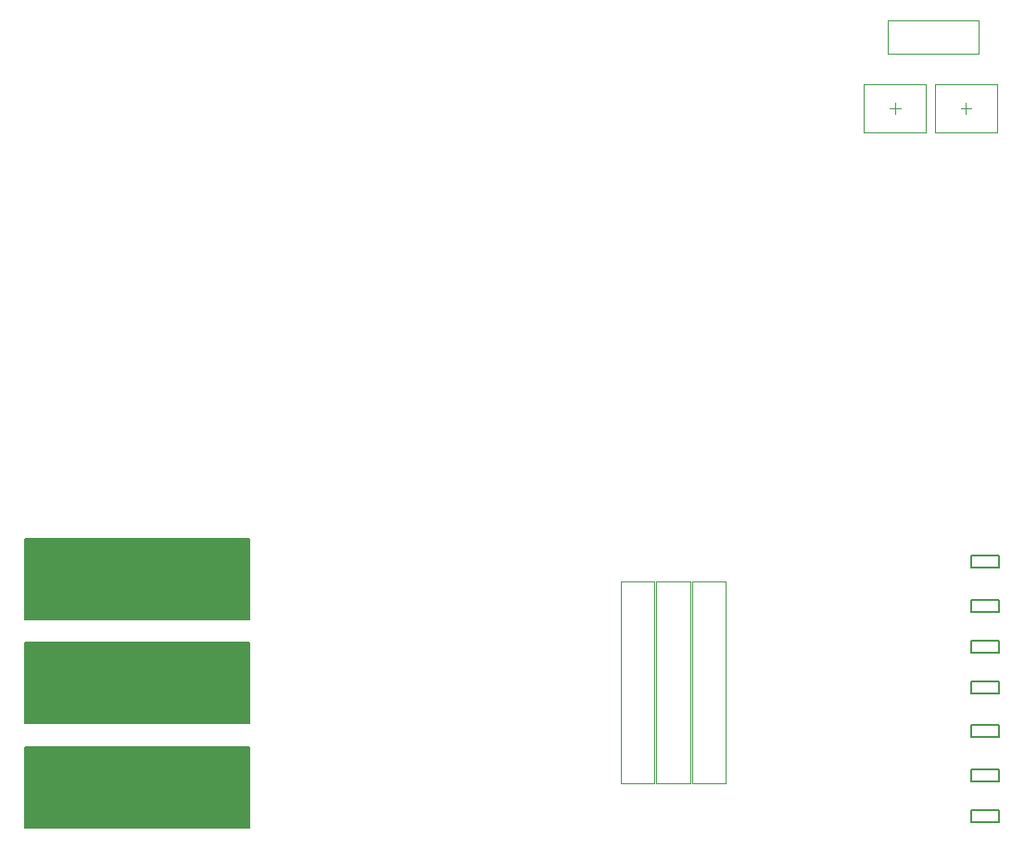
<source format=gbr>
G04*
G04 #@! TF.GenerationSoftware,Altium Limited,Altium Designer,24.1.2 (44)*
G04*
G04 Layer_Color=32768*
%FSLAX25Y25*%
%MOIN*%
G70*
G04*
G04 #@! TF.SameCoordinates,A85318EA-E4D8-42E9-B0A6-CF3BD3DAF5E5*
G04*
G04*
G04 #@! TF.FilePolarity,Positive*
G04*
G01*
G75*
%ADD13C,0.00787*%
%ADD14C,0.00600*%
%ADD16C,0.00394*%
%ADD57C,0.00197*%
G36*
X735415Y346126D02*
X815915D01*
Y375126D01*
X735415D01*
Y346126D01*
D02*
G37*
G36*
X735415Y421078D02*
X815915D01*
Y450078D01*
X735415D01*
Y421078D01*
D02*
G37*
G36*
X735415Y383732D02*
X815915D01*
Y412732D01*
X735415D01*
Y383732D01*
D02*
G37*
D13*
X1075787Y439764D02*
X1085630D01*
X1075787D02*
Y444095D01*
X1085630D01*
Y439764D02*
Y444095D01*
X1075787Y362992D02*
X1085630D01*
X1075787D02*
Y367323D01*
X1085630D01*
Y362992D02*
Y367323D01*
X1075787Y394488D02*
X1085630D01*
X1075787D02*
Y398819D01*
X1085630D01*
Y394488D02*
Y398819D01*
X1075787Y348228D02*
X1085630D01*
X1075787D02*
Y352559D01*
X1085630D01*
Y348228D02*
Y352559D01*
X1075787Y378740D02*
X1085630D01*
X1075787D02*
Y383071D01*
X1085630D01*
Y378740D02*
Y383071D01*
X1075787Y409252D02*
X1085630D01*
X1075787D02*
Y413583D01*
X1085630D01*
Y409252D02*
Y413583D01*
X1075787Y424016D02*
X1085630D01*
X1075787D02*
Y428346D01*
X1085630D01*
Y424016D02*
Y428346D01*
D14*
X735415Y421078D02*
X815915D01*
X735415D02*
Y450078D01*
X815915D01*
Y421078D02*
Y450078D01*
X735415Y383732D02*
X815915D01*
X735415D02*
Y412732D01*
X815915D01*
Y383732D02*
Y412732D01*
X735415Y346126D02*
X815915D01*
X735415D02*
Y375126D01*
X815915D01*
Y346126D02*
Y375126D01*
D16*
X1048228Y603346D02*
Y607283D01*
X1046260Y605315D02*
X1050197D01*
X1073819Y603346D02*
Y607283D01*
X1071850Y605315D02*
X1075787D01*
D57*
X1045630Y624823D02*
Y636988D01*
Y624823D02*
X1078386D01*
Y636988D01*
X1045630D02*
X1078386D01*
X1059449Y596594D02*
Y614035D01*
X1037008D02*
X1059449D01*
X1037008Y596594D02*
X1059449D01*
X1037008D02*
Y614035D01*
X1085039Y596594D02*
Y614035D01*
X1062598D02*
X1085039D01*
X1062598Y596594D02*
X1085039D01*
X1062598D02*
Y614035D01*
X975216Y362244D02*
X987382D01*
Y435000D01*
X975216D02*
X987382D01*
X975216Y362244D02*
Y435000D01*
X962377Y362279D02*
X974542D01*
Y435035D01*
X962377D02*
X974542D01*
X962377Y362279D02*
Y435035D01*
X949582Y362279D02*
X961747D01*
Y435035D01*
X949582D02*
X961747D01*
X949582Y362279D02*
Y435035D01*
M02*

</source>
